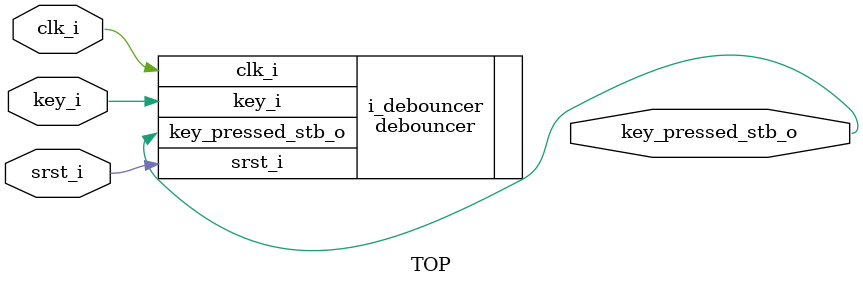
<source format=sv>
module TOP (
input  wire clk_i,
input  wire srst_i,
input  wire key_i,

output wire key_pressed_stb_o
);


debouncer i_debouncer (
	.clk_i             ( clk_i ),
	.srst_i            ( srst_i ),
	.key_i             ( key_i ),
	.key_pressed_stb_o ( key_pressed_stb_o )
);


endmodule

</source>
